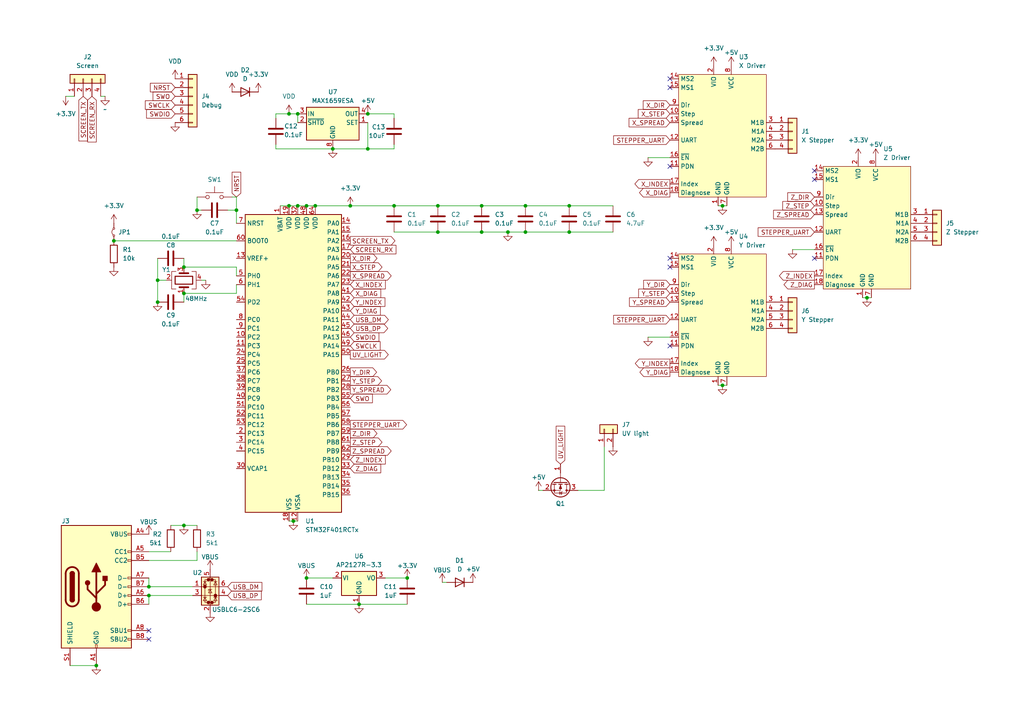
<source format=kicad_sch>
(kicad_sch (version 20231120) (generator "eeschema") (generator_version "8.0")
  (paper "A4")
  (lib_symbols
    (symbol "Connector:USB_C_Receptacle_USB2.0_16P" (pin_names (offset 1.016))
      (property "Reference" "J" (at 0 22.225 0))
      (property "Value" "USB_C_Receptacle_USB2.0_16P" (at 0 19.685 0))
      (symbol "USB_C_Receptacle_USB2.0_16P_1_1"
        (pin passive line (at 0 -22.86 90) (length 5.08) (name "GND") (number "A1"))
        (pin passive line (at 0 -22.86 90) (length 5.08) hide (name "GND") (number "A12"))
        (pin passive line (at 15.24 15.24 180) (length 5.08) (name "VBUS") (number "A4"))
        (pin bidirectional line (at 15.24 10.16 180) (length 5.08) (name "CC1") (number "A5"))
        (pin bidirectional line (at 15.24 -2.54 180) (length 5.08) (name "D+") (number "A6"))
        (pin bidirectional line (at 15.24 2.54 180) (length 5.08) (name "D-") (number "A7"))
        (pin bidirectional line (at 15.24 -12.7 180) (length 5.08) (name "SBU1") (number "A8"))
        (pin passive line (at 15.24 15.24 180) (length 5.08) hide (name "VBUS") (number "A9"))
        (pin passive line (at 0 -22.86 90) (length 5.08) hide (name "GND") (number "B1"))
        (pin passive line (at 0 -22.86 90) (length 5.08) hide (name "GND") (number "B12"))
        (pin passive line (at 15.24 15.24 180) (length 5.08) hide (name "VBUS") (number "B4"))
        (pin bidirectional line (at 15.24 7.62 180) (length 5.08) (name "CC2") (number "B5"))
        (pin bidirectional line (at 15.24 -5.08 180) (length 5.08) (name "D+") (number "B6"))
        (pin bidirectional line (at 15.24 0 180) (length 5.08) (name "D-") (number "B7"))
        (pin bidirectional line (at 15.24 -15.24 180) (length 5.08) (name "SBU2") (number "B8"))
        (pin passive line (at 15.24 15.24 180) (length 5.08) hide (name "VBUS") (number "B9"))
        (pin passive line (at -7.62 -22.86 90) (length 5.08) (name "SHIELD") (number "S1"))
      )
    )
    (symbol "Connector_Generic:Conn_01x02" (pin_names (offset 1.016) hide)
      (property "Reference" "J" (at 0 2.54 0))
      (property "Value" "Conn_01x02" (at 0 -5.08 0))
      (symbol "Conn_01x02_1_1"
        (pin passive line (at -5.08 0 0) (length 3.81) (name "Pin_1") (number "1"))
        (pin passive line (at -5.08 -2.54 0) (length 3.81) (name "Pin_2") (number "2"))
      )
    )
    (symbol "Connector_Generic:Conn_01x04" (pin_names (offset 1.016) hide)
      (property "Reference" "J" (at 0 5.08 0))
      (property "Value" "Conn_01x04" (at 0 -7.62 0))
      (symbol "Conn_01x04_1_1"
        (pin passive line (at -5.08 2.54 0) (length 3.81) (name "Pin_1") (number "1"))
        (pin passive line (at -5.08 0 0) (length 3.81) (name "Pin_2") (number "2"))
        (pin passive line (at -5.08 -2.54 0) (length 3.81) (name "Pin_3") (number "3"))
        (pin passive line (at -5.08 -5.08 0) (length 3.81) (name "Pin_4") (number "4"))
      )
    )
    (symbol "Connector_Generic:Conn_01x06" (pin_names (offset 1.016) hide)
      (property "Reference" "J" (at 0 7.62 0))
      (property "Value" "Conn_01x06" (at 0 -10.16 0))
      (symbol "Conn_01x06_1_1"
        (pin passive line (at -5.08 5.08 0) (length 3.81) (name "Pin_1") (number "1"))
        (pin passive line (at -5.08 2.54 0) (length 3.81) (name "Pin_2") (number "2"))
        (pin passive line (at -5.08 0 0) (length 3.81) (name "Pin_3") (number "3"))
        (pin passive line (at -5.08 -2.54 0) (length 3.81) (name "Pin_4") (number "4"))
        (pin passive line (at -5.08 -5.08 0) (length 3.81) (name "Pin_5") (number "5"))
        (pin passive line (at -5.08 -7.62 0) (length 3.81) (name "Pin_6") (number "6"))
      )
    )
    (symbol "Device:C" (pin_numbers hide) (pin_names (offset 0.254))
      (property "Reference" "C" (at 0.635 2.54 0))
      (property "Value" "C" (at 0.635 -2.54 0))
      (symbol "C_1_1"
        (pin passive line (at 0 3.81 270) (length 2.794) (name "~") (number "1"))
        (pin passive line (at 0 -3.81 90) (length 2.794) (name "~") (number "2"))
      )
    )
    (symbol "Device:Crystal_GND24" (pin_names (offset 1.016) hide)
      (property "Reference" "Y" (at 3.175 5.08 0))
      (property "Value" "Crystal_GND24" (at 3.175 3.175 0))
      (symbol "Crystal_GND24_1_1"
        (pin passive line (at -3.81 0 0) (length 1.27) (name "1") (number "1"))
        (pin passive line (at 0 5.08 270) (length 1.27) (name "2") (number "2"))
        (pin passive line (at 3.81 0 180) (length 1.27) (name "3") (number "3"))
        (pin passive line (at 0 -5.08 90) (length 1.27) (name "4") (number "4"))
      )
    )
    (symbol "Device:D" (pin_numbers hide) (pin_names (offset 1.016) hide)
      (property "Reference" "D" (at 0 2.54 0))
      (property "Value" "D" (at 0 -2.54 0))
      (symbol "D_1_1"
        (pin passive line (at -3.81 0 0) (length 2.54) (name "K") (number "1"))
        (pin passive line (at 3.81 0 180) (length 2.54) (name "A") (number "2"))
      )
    )
    (symbol "Device:Q_NMOS_GSD" (pin_names (offset 0) hide)
      (property "Reference" "Q" (at 5.08 1.27 0))
      (property "Value" "Q_NMOS_GSD" (at 5.08 -1.27 0))
      (symbol "Q_NMOS_GSD_1_1"
        (pin input line (at -5.08 0 0) (length 2.54) (name "G") (number "1"))
        (pin passive line (at 2.54 -5.08 90) (length 2.54) (name "S") (number "2"))
        (pin passive line (at 2.54 5.08 270) (length 2.54) (name "D") (number "3"))
      )
    )
    (symbol "Device:R" (pin_numbers hide) (pin_names (offset 0))
      (property "Reference" "R" (at 2.032 0 90))
      (property "Value" "R" (at 0 0 90))
      (symbol "R_1_1"
        (pin passive line (at 0 3.81 270) (length 1.27) (name "~") (number "1"))
        (pin passive line (at 0 -3.81 90) (length 1.27) (name "~") (number "2"))
      )
    )
    (symbol "Jumper:Jumper_2_Small_Bridged" (pin_numbers hide) (pin_names (offset 0) hide) (exclude_from_sim yes)
      (property "Reference" "JP" (at 0 2.032 0))
      (property "Value" "Jumper_2_Small_Bridged" (at 0 -2.286 0))
      (symbol "Jumper_2_Small_Bridged_1_1"
        (pin passive line (at -2.54 0 0) (length 1.27) (name "A") (number "1"))
        (pin passive line (at 2.54 0 180) (length 1.27) (name "B") (number "2"))
      )
    )
    (symbol "MCU_ST_STM32F4:STM32F401RCTx"
      (property "Reference" "U" (at -12.7 44.45 0))
      (property "Value" "STM32F401RCTx" (at 10.16 44.45 0))
      (symbol "STM32F401RCTx_1_1"
        (pin power_in line (at -2.54 45.72 270) (length 2.54) (name "VBAT") (number "1"))
        (pin bidirectional line (at -15.24 7.62 0) (length 2.54) (name "PC2") (number "10"))
        (pin bidirectional line (at -15.24 5.08 0) (length 2.54) (name "PC3") (number "11"))
        (pin power_in line (at 2.54 -45.72 90) (length 2.54) (name "VSSA") (number "12"))
        (pin input line (at -15.24 30.48 0) (length 2.54) (name "VREF+") (number "13"))
        (pin bidirectional line (at 17.78 40.64 180) (length 2.54) (name "PA0") (number "14"))
        (pin bidirectional line (at 17.78 38.1 180) (length 2.54) (name "PA1") (number "15"))
        (pin bidirectional line (at 17.78 35.56 180) (length 2.54) (name "PA2") (number "16"))
        (pin bidirectional line (at 17.78 33.02 180) (length 2.54) (name "PA3") (number "17"))
        (pin power_in line (at 0 -45.72 90) (length 2.54) (name "VSS") (number "18"))
        (pin power_in line (at 0 45.72 270) (length 2.54) (name "VDD") (number "19"))
        (pin bidirectional line (at -15.24 -20.32 0) (length 2.54) (name "PC13") (number "2"))
        (pin bidirectional line (at 17.78 30.48 180) (length 2.54) (name "PA4") (number "20"))
        (pin bidirectional line (at 17.78 27.94 180) (length 2.54) (name "PA5") (number "21"))
        (pin bidirectional line (at 17.78 25.4 180) (length 2.54) (name "PA6") (number "22"))
        (pin bidirectional line (at 17.78 22.86 180) (length 2.54) (name "PA7") (number "23"))
        (pin bidirectional line (at -15.24 2.54 0) (length 2.54) (name "PC4") (number "24"))
        (pin bidirectional line (at -15.24 0 0) (length 2.54) (name "PC5") (number "25"))
        (pin bidirectional line (at 17.78 -2.54 180) (length 2.54) (name "PB0") (number "26"))
        (pin bidirectional line (at 17.78 -5.08 180) (length 2.54) (name "PB1") (number "27"))
        (pin bidirectional line (at 17.78 -7.62 180) (length 2.54) (name "PB2") (number "28"))
        (pin bidirectional line (at 17.78 -27.94 180) (length 2.54) (name "PB10") (number "29"))
        (pin bidirectional line (at -15.24 -22.86 0) (length 2.54) (name "PC14") (number "3"))
        (pin power_out line (at -15.24 -30.48 0) (length 2.54) (name "VCAP1") (number "30"))
        (pin passive line (at 0 -45.72 90) (length 2.54) hide (name "VSS") (number "31"))
        (pin power_in line (at 2.54 45.72 270) (length 2.54) (name "VDD") (number "32"))
        (pin bidirectional line (at 17.78 -30.48 180) (length 2.54) (name "PB12") (number "33"))
        (pin bidirectional line (at 17.78 -33.02 180) (length 2.54) (name "PB13") (number "34"))
        (pin bidirectional line (at 17.78 -35.56 180) (length 2.54) (name "PB14") (number "35"))
        (pin bidirectional line (at 17.78 -38.1 180) (length 2.54) (name "PB15") (number "36"))
        (pin bidirectional line (at -15.24 -2.54 0) (length 2.54) (name "PC6") (number "37"))
        (pin bidirectional line (at -15.24 -5.08 0) (length 2.54) (name "PC7") (number "38"))
        (pin bidirectional line (at -15.24 -7.62 0) (length 2.54) (name "PC8") (number "39"))
        (pin bidirectional line (at -15.24 -25.4 0) (length 2.54) (name "PC15") (number "4"))
        (pin bidirectional line (at -15.24 -10.16 0) (length 2.54) (name "PC9") (number "40"))
        (pin bidirectional line (at 17.78 20.32 180) (length 2.54) (name "PA8") (number "41"))
        (pin bidirectional line (at 17.78 17.78 180) (length 2.54) (name "PA9") (number "42"))
        (pin bidirectional line (at 17.78 15.24 180) (length 2.54) (name "PA10") (number "43"))
        (pin bidirectional line (at 17.78 12.7 180) (length 2.54) (name "PA11") (number "44"))
        (pin bidirectional line (at 17.78 10.16 180) (length 2.54) (name "PA12") (number "45"))
        (pin bidirectional line (at 17.78 7.62 180) (length 2.54) (name "PA13") (number "46"))
        (pin passive line (at 0 -45.72 90) (length 2.54) hide (name "VSS") (number "47"))
        (pin power_in line (at 5.08 45.72 270) (length 2.54) (name "VDD") (number "48"))
        (pin bidirectional line (at 17.78 5.08 180) (length 2.54) (name "PA14") (number "49"))
        (pin bidirectional line (at -15.24 25.4 0) (length 2.54) (name "PH0") (number "5"))
        (pin bidirectional line (at 17.78 2.54 180) (length 2.54) (name "PA15") (number "50"))
        (pin bidirectional line (at -15.24 -12.7 0) (length 2.54) (name "PC10") (number "51"))
        (pin bidirectional line (at -15.24 -15.24 0) (length 2.54) (name "PC11") (number "52"))
        (pin bidirectional line (at -15.24 -17.78 0) (length 2.54) (name "PC12") (number "53"))
        (pin bidirectional line (at -15.24 17.78 0) (length 2.54) (name "PD2") (number "54"))
        (pin bidirectional line (at 17.78 -10.16 180) (length 2.54) (name "PB3") (number "55"))
        (pin bidirectional line (at 17.78 -12.7 180) (length 2.54) (name "PB4") (number "56"))
        (pin bidirectional line (at 17.78 -15.24 180) (length 2.54) (name "PB5") (number "57"))
        (pin bidirectional line (at 17.78 -17.78 180) (length 2.54) (name "PB6") (number "58"))
        (pin bidirectional line (at 17.78 -20.32 180) (length 2.54) (name "PB7") (number "59"))
        (pin bidirectional line (at -15.24 22.86 0) (length 2.54) (name "PH1") (number "6"))
        (pin input line (at -15.24 35.56 0) (length 2.54) (name "BOOT0") (number "60"))
        (pin bidirectional line (at 17.78 -22.86 180) (length 2.54) (name "PB8") (number "61"))
        (pin bidirectional line (at 17.78 -25.4 180) (length 2.54) (name "PB9") (number "62"))
        (pin passive line (at 0 -45.72 90) (length 2.54) hide (name "VSS") (number "63"))
        (pin power_in line (at 7.62 45.72 270) (length 2.54) (name "VDD") (number "64"))
        (pin input line (at -15.24 40.64 0) (length 2.54) (name "NRST") (number "7"))
        (pin bidirectional line (at -15.24 12.7 0) (length 2.54) (name "PC0") (number "8"))
        (pin bidirectional line (at -15.24 10.16 0) (length 2.54) (name "PC1") (number "9"))
      )
    )
    (symbol "Power_Protection:USBLC6-2SC6" (pin_names hide)
      (property "Reference" "U" (at 0.635 5.715 0))
      (property "Value" "USBLC6-2SC6" (at 0.635 3.81 0))
      (symbol "USBLC6-2SC6_1_1"
        (pin passive line (at -5.08 0 0) (length 2.54) (name "I/O1") (number "1"))
        (pin passive line (at 0 -7.62 90) (length 2.54) (name "GND") (number "2"))
        (pin passive line (at -5.08 -2.54 0) (length 2.54) (name "I/O2") (number "3"))
        (pin passive line (at 5.08 -2.54 180) (length 2.54) (name "I/O2") (number "4"))
        (pin passive line (at 0 5.08 270) (length 2.54) (name "VBUS") (number "5"))
        (pin passive line (at 5.08 0 180) (length 2.54) (name "I/O1") (number "6"))
      )
    )
    (symbol "Regulator_Linear:AP2127R-3.3" (pin_names (offset 0.254))
      (property "Reference" "U" (at -3.81 3.175 0))
      (property "Value" "AP2127R-3.3" (at 0 3.175 0))
      (symbol "AP2127R-3.3_1_1"
        (pin power_in line (at 0 -7.62 90) (length 2.54) (name "GND") (number "1"))
        (pin power_in line (at -7.62 0 0) (length 2.54) (name "VI") (number "2"))
        (pin power_out line (at 7.62 0 180) (length 2.54) (name "VO") (number "3"))
      )
    )
    (symbol "Regulator_Linear:MAX1659ESA" (pin_names (offset 0.254))
      (property "Reference" "U" (at -6.35 5.715 0))
      (property "Value" "MAX1659ESA" (at 0 5.715 0))
      (symbol "MAX1659ESA_1_1"
        (pin passive line (at 10.16 0 180) (length 2.54) (name "SET") (number "1"))
        (pin input line (at -10.16 0 0) (length 2.54) (name "~{SHTD}") (number "2"))
        (pin power_in line (at -10.16 2.54 0) (length 2.54) (name "IN") (number "3"))
        (pin power_out line (at 10.16 2.54 180) (length 2.54) (name "OUT") (number "4"))
        (pin passive line (at 10.16 2.54 180) (length 2.54) hide (name "OUT") (number "5"))
        (pin passive line (at -10.16 2.54 0) (length 2.54) hide (name "IN") (number "6"))
        (pin passive line (at -10.16 2.54 0) (length 2.54) hide (name "IN") (number "7"))
        (pin power_in line (at 0 -7.62 90) (length 2.54) (name "GND") (number "8"))
      )
    )
    (symbol "Sizzle:TMC2209 SilentStepStick"
      (property "Reference" "U" (at 0 6.35 0))
      (property "Value" "SilentStepStick" (at 0 1.27 0))
      (symbol "TMC2209 SilentStepStick_1_1"
        (pin power_in line (at -1.27 -20.32 90) (length 2.54) (name "GND") (number "1"))
        (pin input line (at -15.24 6.35 0) (length 2.54) (name "Step") (number "10"))
        (pin input line (at -15.24 -8.89 0) (length 2.54) (name "PDN") (number "11"))
        (pin bidirectional line (at -15.24 -1.27 0) (length 2.54) (name "UART") (number "12"))
        (pin input line (at -15.24 3.81 0) (length 2.54) (name "Spread") (number "13"))
        (pin input line (at -15.24 16.51 0) (length 2.54) (name "MS2") (number "14"))
        (pin input line (at -15.24 13.97 0) (length 2.54) (name "MS1") (number "15"))
        (pin input line (at -15.24 -6.35 0) (length 2.54) (name "~{EN}") (number "16"))
        (pin input line (at -15.24 -13.97 0) (length 2.54) (name "Index") (number "17"))
        (pin input line (at -15.24 -16.51 0) (length 2.54) (name "Diagnose") (number "18"))
        (pin power_in line (at -2.54 20.32 270) (length 2.54) (name "VIO") (number "2"))
        (pin output line (at 15.24 3.81 180) (length 2.54) (name "M1B") (number "3"))
        (pin output line (at 15.24 1.27 180) (length 2.54) (name "M1A") (number "4"))
        (pin output line (at 15.24 -1.27 180) (length 2.54) (name "M2A") (number "5"))
        (pin output line (at 15.24 -3.81 180) (length 2.54) (name "M2B") (number "6"))
        (pin power_in line (at 1.27 -20.32 90) (length 2.54) (name "GND") (number "7"))
        (pin power_in line (at 2.54 20.32 270) (length 2.54) (name "VCC") (number "8"))
        (pin input line (at -15.24 8.89 0) (length 2.54) (name "Dir") (number "9"))
      )
    )
    (symbol "Switch:SW_Push" (pin_numbers hide) (pin_names (offset 1.016) hide)
      (property "Reference" "SW" (at 1.27 2.54 0))
      (property "Value" "SW_Push" (at 0 -1.524 0))
      (symbol "SW_Push_0_1"
        (pin passive line (at -5.08 0 0) (length 2.54) (name "1") (number "1"))
        (pin passive line (at 5.08 0 180) (length 2.54) (name "2") (number "2"))
      )
    )
    (symbol "power:+3.3V" (power) (pin_numbers hide) (pin_names (offset 0) hide)
      (property "Value" "+3.3V" (at 0 3.556 0))
      (symbol "+3.3V_1_1"
        (pin power_in line (at 0 0 90) (length 0) (name "~") (number "1"))
      )
    )
    (symbol "power:+5V" (power) (pin_numbers hide) (pin_names (offset 0) hide)
      (property "Value" "+5V" (at 0 3.556 0))
      (symbol "+5V_1_1"
        (pin power_in line (at 0 0 90) (length 0) (name "~") (number "1"))
      )
    )
    (symbol "power:GND" (power) (pin_numbers hide) (pin_names (offset 0) hide)
      (property "Value" "GND" (at 0 -3.81 0))
      (symbol "GND_1_1"
        (pin power_in line (at 0 0 270) (length 0) (name "~") (number "1"))
      )
    )
    (symbol "power:VBUS" (power) (pin_numbers hide) (pin_names (offset 0) hide)
      (property "Value" "VBUS" (at 0 3.556 0))
      (symbol "VBUS_1_1"
        (pin power_in line (at 0 0 90) (length 0) (name "~") (number "1"))
      )
    )
    (symbol "power:VDD" (power) (pin_numbers hide) (pin_names (offset 0) hide)
      (property "Value" "VDD" (at 0 3.556 0))
      (symbol "VDD_1_1"
        (pin power_in line (at 0 0 90) (length 0) (name "~") (number "1"))
      )
    )
  )
  (junction (at 209.55 111.76))
  (junction (at 43.18 170.18))
  (junction (at 53.34 152.4))
  (junction (at 104.14 175.26))
  (junction (at 53.34 85.09))
  (junction (at 147.32 67.31))
  (junction (at 57.15 60.96))
  (junction (at 139.7 67.31))
  (junction (at 43.18 172.72))
  (junction (at 106.68 33.02))
  (junction (at 45.72 87.63))
  (junction (at 101.6 59.69))
  (junction (at 127 59.69))
  (junction (at 83.82 33.02))
  (junction (at 86.36 59.69))
  (junction (at 83.82 59.69))
  (junction (at 251.46 86.36))
  (junction (at 127 67.31))
  (junction (at 88.9 59.69))
  (junction (at 106.68 43.18))
  (junction (at 165.1 67.31))
  (junction (at 53.34 77.47))
  (junction (at 114.3 59.69))
  (junction (at 45.72 81.28))
  (junction (at 68.58 60.96))
  (junction (at 85.09 151.13))
  (junction (at 165.1 59.69))
  (junction (at 33.02 69.85))
  (junction (at 118.11 167.64))
  (junction (at 152.4 59.69))
  (junction (at 88.9 167.64))
  (junction (at 139.7 59.69))
  (junction (at 152.4 67.31))
  (junction (at 209.55 59.69))
  (junction (at 91.44 59.69))
  (junction (at 96.52 43.18))
  (junction (at 27.94 193.04))
  (junction (at 86.36 33.02))
  (no_connect (at 236.22 52.07))
  (no_connect (at 236.22 74.93))
  (no_connect (at 194.31 77.47))
  (no_connect (at 194.31 25.4))
  (no_connect (at 43.18 182.88))
  (no_connect (at 194.31 74.93))
  (no_connect (at 194.31 100.33))
  (no_connect (at 194.31 48.26))
  (no_connect (at 194.31 22.86))
  (no_connect (at 43.18 185.42))
  (no_connect (at 236.22 49.53))
  (wire (pts (xy 58.42 60.96) (xy 57.15 60.96)))
  (wire (pts (xy 88.9 59.69) (xy 91.44 59.69)))
  (wire (pts (xy 68.58 77.47) (xy 53.34 77.47)))
  (wire (pts (xy 175.26 129.54) (xy 175.26 142.24)))
  (wire (pts (xy 208.28 59.69) (xy 209.55 59.69)))
  (wire (pts (xy 139.7 67.31) (xy 147.32 67.31)))
  (wire (pts (xy 114.3 59.69) (xy 127 59.69)))
  (wire (pts (xy 88.9 175.26) (xy 104.14 175.26)))
  (wire (pts (xy 80.01 43.18) (xy 96.52 43.18)))
  (wire (pts (xy 86.36 33.02) (xy 86.36 35.56)))
  (wire (pts (xy 152.4 67.31) (xy 165.1 67.31)))
  (wire (pts (xy 106.68 35.56) (xy 106.68 43.18)))
  (wire (pts (xy 57.15 162.56) (xy 43.18 162.56)))
  (wire (pts (xy 45.72 81.28) (xy 48.26 81.28)))
  (wire (pts (xy 250.19 86.36) (xy 251.46 86.36)))
  (wire (pts (xy 165.1 59.69) (xy 177.8 59.69)))
  (wire (pts (xy 67.31 57.15) (xy 68.58 57.15)))
  (wire (pts (xy 57.15 160.02) (xy 57.15 162.56)))
  (wire (pts (xy 251.46 86.36) (xy 252.73 86.36)))
  (wire (pts (xy 152.4 59.69) (xy 165.1 59.69)))
  (wire (pts (xy 83.82 151.13) (xy 85.09 151.13)))
  (wire (pts (xy 81.28 59.69) (xy 83.82 59.69)))
  (wire (pts (xy 147.32 67.31) (xy 152.4 67.31)))
  (wire (pts (xy 106.68 43.18) (xy 96.52 43.18)))
  (wire (pts (xy 30.48 27.94) (xy 29.21 27.94)))
  (wire (pts (xy 139.7 59.69) (xy 152.4 59.69)))
  (wire (pts (xy 106.68 43.18) (xy 114.3 43.18)))
  (wire (pts (xy 208.28 111.76) (xy 209.55 111.76)))
  (wire (pts (xy 43.18 160.02) (xy 49.53 160.02)))
  (wire (pts (xy 111.76 167.64) (xy 118.11 167.64)))
  (wire (pts (xy 68.58 60.96) (xy 68.58 64.77)))
  (wire (pts (xy 43.18 170.18) (xy 55.88 170.18)))
  (wire (pts (xy 114.3 43.18) (xy 114.3 41.91)))
  (wire (pts (xy 68.58 85.09) (xy 68.58 82.55)))
  (wire (pts (xy 80.01 33.02) (xy 80.01 34.29)))
  (wire (pts (xy 19.05 27.94) (xy 21.59 27.94)))
  (wire (pts (xy 57.15 60.96) (xy 57.15 57.15)))
  (wire (pts (xy 43.18 172.72) (xy 55.88 172.72)))
  (wire (pts (xy 83.82 59.69) (xy 86.36 59.69)))
  (wire (pts (xy 88.9 167.64) (xy 96.52 167.64)))
  (wire (pts (xy 209.55 59.69) (xy 210.82 59.69)))
  (wire (pts (xy 101.6 59.69) (xy 114.3 59.69)))
  (wire (pts (xy 53.34 85.09) (xy 68.58 85.09)))
  (wire (pts (xy 114.3 67.31) (xy 127 67.31)))
  (wire (pts (xy 91.44 59.69) (xy 101.6 59.69)))
  (wire (pts (xy 68.58 80.01) (xy 68.58 77.47)))
  (wire (pts (xy 128.27 168.91) (xy 129.54 168.91)))
  (wire (pts (xy 33.02 69.85) (xy 68.58 69.85)))
  (wire (pts (xy 43.18 172.72) (xy 43.18 175.26)))
  (wire (pts (xy 49.53 152.4) (xy 53.34 152.4)))
  (wire (pts (xy 187.96 45.72) (xy 194.31 45.72)))
  (wire (pts (xy 20.32 193.04) (xy 27.94 193.04)))
  (wire (pts (xy 127 67.31) (xy 139.7 67.31)))
  (wire (pts (xy 175.26 142.24) (xy 167.64 142.24)))
  (wire (pts (xy 66.04 60.96) (xy 68.58 60.96)))
  (wire (pts (xy 114.3 34.29) (xy 114.3 33.02)))
  (wire (pts (xy 229.87 72.39) (xy 236.22 72.39)))
  (wire (pts (xy 85.09 151.13) (xy 86.36 151.13)))
  (wire (pts (xy 114.3 33.02) (xy 106.68 33.02)))
  (wire (pts (xy 127 59.69) (xy 139.7 59.69)))
  (wire (pts (xy 45.72 74.93) (xy 45.72 81.28)))
  (wire (pts (xy 59.69 81.28) (xy 58.42 81.28)))
  (wire (pts (xy 45.72 81.28) (xy 45.72 87.63)))
  (wire (pts (xy 104.14 175.26) (xy 118.11 175.26)))
  (wire (pts (xy 53.34 152.4) (xy 57.15 152.4)))
  (wire (pts (xy 53.34 74.93) (xy 53.34 77.47)))
  (wire (pts (xy 156.21 142.24) (xy 157.48 142.24)))
  (wire (pts (xy 43.18 167.64) (xy 43.18 170.18)))
  (wire (pts (xy 68.58 57.15) (xy 68.58 60.96)))
  (wire (pts (xy 80.01 43.18) (xy 80.01 41.91)))
  (wire (pts (xy 187.96 97.79) (xy 194.31 97.79)))
  (wire (pts (xy 88.9 59.69) (xy 86.36 59.69)))
  (wire (pts (xy 80.01 33.02) (xy 83.82 33.02)))
  (wire (pts (xy 83.82 33.02) (xy 86.36 33.02)))
  (wire (pts (xy 209.55 111.76) (xy 210.82 111.76)))
  (wire (pts (xy 165.1 67.31) (xy 177.8 67.31)))
  (wire (pts (xy 53.34 85.09) (xy 53.34 87.63)))
  (global_label "X_STEP" (shape output) (at 101.6 77.47 0) (property "Intersheetrefs" "${INTERSHEET_REFS}" (effects (hide yes))))
  (global_label "Y_SPREAD" (shape output) (at 101.6 113.03 0) (property "Intersheetrefs" "${INTERSHEET_REFS}" (effects (hide yes))))
  (global_label "USB_DP" (shape bidirectional) (at 101.6 95.25 0) (property "Intersheetrefs" "${INTERSHEET_REFS}" (effects (hide yes))))
  (global_label "Y_INDEX" (shape output) (at 194.31 105.41 180) (property "Intersheetrefs" "${INTERSHEET_REFS}" (effects (hide yes))))
  (global_label "Z_SPREAD" (shape output) (at 101.6 130.81 0) (property "Intersheetrefs" "${INTERSHEET_REFS}" (effects (hide yes))))
  (global_label "Y_DIR" (shape input) (at 194.31 82.55 180) (property "Intersheetrefs" "${INTERSHEET_REFS}" (effects (hide yes))))
  (global_label "Z_STEP" (shape output) (at 101.6 128.27 0) (property "Intersheetrefs" "${INTERSHEET_REFS}" (effects (hide yes))))
  (global_label "X_DIR" (shape output) (at 101.6 74.93 0) (property "Intersheetrefs" "${INTERSHEET_REFS}" (effects (hide yes))))
  (global_label "USB_DP" (shape input) (at 66.04 172.72 0) (property "Intersheetrefs" "${INTERSHEET_REFS}" (effects (hide yes))))
  (global_label "Z_INDEX" (shape output) (at 236.22 80.01 180) (property "Intersheetrefs" "${INTERSHEET_REFS}" (effects (hide yes))))
  (global_label "SWCLK" (shape input) (at 101.6 100.33 0) (property "Intersheetrefs" "${INTERSHEET_REFS}" (effects (hide yes))))
  (global_label "SCREEN_TX" (shape input) (at 24.13 27.94 270) (property "Intersheetrefs" "${INTERSHEET_REFS}" (effects (hide yes))))
  (global_label "Y_SPREAD" (shape input) (at 194.31 87.63 180) (property "Intersheetrefs" "${INTERSHEET_REFS}" (effects (hide yes))))
  (global_label "UV_LIGHT" (shape input) (at 162.56 134.62 90) (property "Intersheetrefs" "${INTERSHEET_REFS}" (effects (hide yes))))
  (global_label "USB_DM" (shape bidirectional) (at 101.6 92.71 0) (property "Intersheetrefs" "${INTERSHEET_REFS}" (effects (hide yes))))
  (global_label "Y_STEP" (shape output) (at 101.6 110.49 0) (property "Intersheetrefs" "${INTERSHEET_REFS}" (effects (hide yes))))
  (global_label "SCREEN_RX" (shape input) (at 101.6 72.39 0) (property "Intersheetrefs" "${INTERSHEET_REFS}" (effects (hide yes))))
  (global_label "X_STEP" (shape input) (at 194.31 33.02 180) (property "Intersheetrefs" "${INTERSHEET_REFS}" (effects (hide yes))))
  (global_label "SCREEN_RX" (shape input) (at 26.67 27.94 270) (property "Intersheetrefs" "${INTERSHEET_REFS}" (effects (hide yes))))
  (global_label "Z_DIR" (shape output) (at 101.6 125.73 0) (property "Intersheetrefs" "${INTERSHEET_REFS}" (effects (hide yes))))
  (global_label "SWCLK" (shape input) (at 50.8 30.48 180) (property "Intersheetrefs" "${INTERSHEET_REFS}" (effects (hide yes))))
  (global_label "X_DIR" (shape input) (at 194.31 30.48 180) (property "Intersheetrefs" "${INTERSHEET_REFS}" (effects (hide yes))))
  (global_label "STEPPER_UART" (shape output) (at 101.6 123.19 0) (property "Intersheetrefs" "${INTERSHEET_REFS}" (effects (hide yes))))
  (global_label "Y_INDEX" (shape input) (at 101.6 87.63 0) (property "Intersheetrefs" "${INTERSHEET_REFS}" (effects (hide yes))))
  (global_label "Z_DIAG" (shape input) (at 101.6 135.89 0) (property "Intersheetrefs" "${INTERSHEET_REFS}" (effects (hide yes))))
  (global_label "Z_INDEX" (shape input) (at 101.6 133.35 0) (property "Intersheetrefs" "${INTERSHEET_REFS}" (effects (hide yes))))
  (global_label "STEPPER_UART" (shape input) (at 194.31 92.71 180) (property "Intersheetrefs" "${INTERSHEET_REFS}" (effects (hide yes))))
  (global_label "Z_SPREAD" (shape input) (at 236.22 62.23 180) (property "Intersheetrefs" "${INTERSHEET_REFS}" (effects (hide yes))))
  (global_label "Z_STEP" (shape input) (at 236.22 59.69 180) (property "Intersheetrefs" "${INTERSHEET_REFS}" (effects (hide yes))))
  (global_label "X_INDEX" (shape input) (at 101.6 82.55 0) (property "Intersheetrefs" "${INTERSHEET_REFS}" (effects (hide yes))))
  (global_label "Y_DIAG" (shape input) (at 101.6 90.17 0) (property "Intersheetrefs" "${INTERSHEET_REFS}" (effects (hide yes))))
  (global_label "Y_DIAG" (shape output) (at 194.31 107.95 180) (property "Intersheetrefs" "${INTERSHEET_REFS}" (effects (hide yes))))
  (global_label "SWDIO" (shape input) (at 101.6 97.79 0) (property "Intersheetrefs" "${INTERSHEET_REFS}" (effects (hide yes))))
  (global_label "Z_DIAG" (shape output) (at 236.22 82.55 180) (property "Intersheetrefs" "${INTERSHEET_REFS}" (effects (hide yes))))
  (global_label "SWO" (shape input) (at 101.6 115.57 0) (property "Intersheetrefs" "${INTERSHEET_REFS}" (effects (hide yes))))
  (global_label "X_INDEX" (shape output) (at 194.31 53.34 180) (property "Intersheetrefs" "${INTERSHEET_REFS}" (effects (hide yes))))
  (global_label "SWO" (shape input) (at 50.8 27.94 180) (property "Intersheetrefs" "${INTERSHEET_REFS}" (effects (hide yes))))
  (global_label "STEPPER_UART" (shape input) (at 236.22 67.31 180) (property "Intersheetrefs" "${INTERSHEET_REFS}" (effects (hide yes))))
  (global_label "Y_DIR" (shape output) (at 101.6 107.95 0) (property "Intersheetrefs" "${INTERSHEET_REFS}" (effects (hide yes))))
  (global_label "X_DIAG" (shape input) (at 101.6 85.09 0) (property "Intersheetrefs" "${INTERSHEET_REFS}" (effects (hide yes))))
  (global_label "X_DIAG" (shape output) (at 194.31 55.88 180) (property "Intersheetrefs" "${INTERSHEET_REFS}" (effects (hide yes))))
  (global_label "Z_DIR" (shape input) (at 236.22 57.15 180) (property "Intersheetrefs" "${INTERSHEET_REFS}" (effects (hide yes))))
  (global_label "USB_DM" (shape input) (at 66.04 170.18 0) (property "Intersheetrefs" "${INTERSHEET_REFS}" (effects (hide yes))))
  (global_label "NRST" (shape input) (at 68.58 57.15 90) (property "Intersheetrefs" "${INTERSHEET_REFS}" (effects (hide yes))))
  (global_label "X_SPREAD" (shape output) (at 101.6 80.01 0) (property "Intersheetrefs" "${INTERSHEET_REFS}" (effects (hide yes))))
  (global_label "Y_STEP" (shape input) (at 194.31 85.09 180) (property "Intersheetrefs" "${INTERSHEET_REFS}" (effects (hide yes))))
  (global_label "STEPPER_UART" (shape input) (at 194.31 40.64 180) (property "Intersheetrefs" "${INTERSHEET_REFS}" (effects (hide yes))))
  (global_label "X_SPREAD" (shape input) (at 194.31 35.56 180) (property "Intersheetrefs" "${INTERSHEET_REFS}" (effects (hide yes))))
  (global_label "SWDIO" (shape input) (at 50.8 33.02 180) (property "Intersheetrefs" "${INTERSHEET_REFS}" (effects (hide yes))))
  (global_label "SCREEN_TX" (shape output) (at 101.6 69.85 0) (property "Intersheetrefs" "${INTERSHEET_REFS}" (effects (hide yes))))
  (global_label "NRST" (shape input) (at 50.8 25.4 180) (property "Intersheetrefs" "${INTERSHEET_REFS}" (effects (hide yes))))
  (global_label "UV_LIGHT" (shape output) (at 101.6 102.87 0) (property "Intersheetrefs" "${INTERSHEET_REFS}" (effects (hide yes))))
  (symbol (lib_id "Device:C") (at 62.23 60.96 90) (mirror x) (unit 1)
    (property "Reference" "C7" (at 62.23 64.77 90))
    (property "Value" "0.1uF" (at 62.23 67.31 90))
    (property "Description" "Unpolarized capacitor" (effects (hide yes)))
  )
  (symbol (lib_id "Device:C") (at 177.8 63.5 0) (unit 1)
    (property "Reference" "C6" (at 181.61 62.2299 0) (effects (justify left)))
    (property "Value" "4.7uF" (at 181.61 64.7699 0) (effects (justify left)))
    (property "Description" "Unpolarized capacitor" (effects (hide yes)))
  )
  (symbol (lib_id "power:+5V") (at 212.09 71.12 0) (unit 1)
    (property "Reference" "#PWR023" (effects (hide yes)))
    (property "Value" "+5V" (at 212.09 67.31 0))
    (property "Description" "Power symbol creates a global label with name \"+5V\"" (effects (hide yes)))
  )
  (symbol (lib_id "power:+3.3V") (at 118.11 167.64 0) (unit 1)
    (property "Reference" "#PWR033" (effects (hide yes)))
    (property "Value" "+3.3V" (at 118.11 164.084 0))
    (property "Description" "Power symbol creates a global label with name \"+3.3V\"" (effects (hide yes)))
  )
  (symbol (lib_id "power:+5V") (at 137.16 168.91 0) (unit 1)
    (property "Reference" "#PWR036" (effects (hide yes)))
    (property "Value" "+5V" (at 137.16 165.1 0))
    (property "Description" "Power symbol creates a global label with name \"+5V\"" (effects (hide yes)))
  )
  (symbol (lib_id "power:GND") (at 30.48 27.94 0) (unit 1)
    (property "Reference" "#PWR06" (effects (hide yes)))
    (property "Value" "~" (at 30.48 31.75 0))
    (property "Description" "Power symbol creates a global label with name \"GND\" , ground" (effects (hide yes)))
  )
  (symbol (lib_id "power:GND") (at 27.94 193.04 0) (unit 1)
    (property "Reference" "#PWR013" (effects (hide yes)))
    (property "Value" "GND" (effects (hide yes)))
    (property "Description" "Power symbol creates a global label with name \"GND\" , ground" (effects (hide yes)))
  )
  (symbol (lib_id "power:GND") (at 60.96 177.8 0) (unit 1)
    (property "Reference" "#PWR015" (effects (hide yes)))
    (property "Value" "GND" (effects (hide yes)))
    (property "Description" "Power symbol creates a global label with name \"GND\" , ground" (effects (hide yes)))
  )
  (symbol (lib_id "Device:Crystal_GND24") (at 53.34 81.28 90) (unit 1)
    (property "Reference" "Y1" (at 48.26 78.232 90))
    (property "Value" "48MHz" (at 56.896 86.614 90))
    (property "Description" "Four pin crystal, GND on pins 2 and 4" (effects (hide yes)))
  )
  (symbol (lib_id "Device:R") (at 49.53 156.21 0) (mirror y) (unit 1)
    (property "Reference" "R2" (at 46.99 154.9399 0) (effects (justify left)))
    (property "Value" "5k1" (at 46.99 157.4799 0) (effects (justify left)))
    (property "Description" "Resistor" (effects (hide yes)))
  )
  (symbol (lib_id "power:GND") (at 209.55 111.76 0) (unit 1)
    (property "Reference" "#PWR025" (effects (hide yes)))
    (property "Value" "GND" (effects (hide yes)))
    (property "Description" "Power symbol creates a global label with name \"GND\" , ground" (effects (hide yes)))
  )
  (symbol (lib_id "Device:C") (at 80.01 38.1 0) (mirror y) (unit 1)
    (property "Reference" "C12" (at 86.36 36.576 0) (effects (justify left)))
    (property "Value" "0.1uF" (at 87.884 39.116 0) (effects (justify left)))
    (property "Description" "Unpolarized capacitor" (effects (hide yes)))
  )
  (symbol (lib_id "MCU_ST_STM32F4:STM32F401RCTx") (at 83.82 105.41 0) (unit 1)
    (property "Reference" "U1" (at 88.5541 151.13 0) (effects (justify left)))
    (property "Value" "STM32F401RCTx" (at 88.5541 153.67 0) (effects (justify left)))
    (property "Footprint" "Package_QFP:LQFP-64_10x10mm_P0.5mm" (effects (hide yes)))
    (property "Datasheet" "https://www.st.com/resource/en/datasheet/stm32f401rc.pdf" (effects (hide yes)))
    (property "Description" "STMicroelectronics Arm Cortex-M4 MCU, 256KB flash, 64KB RAM, 84 MHz, 1.7-3.6V, 50 GPIO, LQFP64" (effects (hide yes)))
  )
  (symbol (lib_id "power:VDD") (at 50.8 22.86 0) (unit 1)
    (property "Reference" "#PWR017" (effects (hide yes)))
    (property "Value" "VDD" (at 50.8 17.78 0))
    (property "Description" "Power symbol creates a global label with name \"VDD\"" (effects (hide yes)))
  )
  (symbol (lib_id "power:+5V") (at 254 45.72 0) (unit 1)
    (property "Reference" "#PWR021" (effects (hide yes)))
    (property "Value" "+5V" (at 254 41.91 0))
    (property "Description" "Power symbol creates a global label with name \"+5V\"" (effects (hide yes)))
  )
  (symbol (lib_id "Sizzle:TMC2209 SilentStepStick") (at 251.46 66.04 0) (unit 1)
    (property "Reference" "U5" (at 256.1941 43.18 0) (effects (justify left)))
    (property "Value" "Z Driver" (at 256.1941 45.72 0) (effects (justify left)))
    (property "Datasheet" "https://www.analog.com/media/en/technical-documentation/data-sheets/TMC2209_datasheet_rev1.09.pdf" (effects (hide yes)))
    (property "Description" "TMC2209 SilentStepStick motor driver" (effects (hide yes)))
  )
  (symbol (lib_id "power:GND") (at 96.52 43.18 0) (unit 1)
    (property "Reference" "#PWR038" (effects (hide yes)))
    (property "Value" "GND" (effects (hide yes)))
    (property "Description" "Power symbol creates a global label with name \"GND\" , ground" (effects (hide yes)))
  )
  (symbol (lib_id "power:GND") (at 85.09 151.13 0) (unit 1)
    (property "Reference" "#PWR01" (effects (hide yes)))
    (property "Value" "GND" (effects (hide yes)))
    (property "Description" "Power symbol creates a global label with name \"GND\" , ground" (effects (hide yes)))
  )
  (symbol (lib_id "Connector_Generic:Conn_01x04") (at 229.87 38.1 0) (unit 1)
    (property "Reference" "J1" (at 232.41 38.0999 0) (effects (justify left)))
    (property "Value" "X Stepper" (at 232.41 40.6399 0) (effects (justify left)))
    (property "Description" "Generic connector, single row, 01x04, script generated (kicad-library-utils/schlib/autogen/connector/)" (effects (hide yes)))
  )
  (symbol (lib_id "Device:C") (at 152.4 63.5 0) (unit 1)
    (property "Reference" "C4" (at 156.21 62.2299 0) (effects (justify left)))
    (property "Value" "0.1uF" (at 156.21 64.7699 0) (effects (justify left)))
    (property "Description" "Unpolarized capacitor" (effects (hide yes)))
  )
  (symbol (lib_id "Device:D") (at 71.12 26.67 180) (unit 1)
    (property "Reference" "D2" (at 71.12 20.32 0))
    (property "Value" "D" (at 71.12 22.86 0))
    (property "Description" "Diode" (effects (hide yes)))
    (property "Sim.Device" "D" (effects (hide yes)))
    (property "Sim.Pins" "1=K 2=A" (effects (hide yes)))
  )
  (symbol (lib_id "Connector_Generic:Conn_01x04") (at 271.78 64.77 0) (unit 1)
    (property "Reference" "J5" (at 274.32 64.7699 0) (effects (justify left)))
    (property "Value" "Z Stepper" (at 274.32 67.3099 0) (effects (justify left)))
    (property "Description" "Generic connector, single row, 01x04, script generated (kicad-library-utils/schlib/autogen/connector/)" (effects (hide yes)))
  )
  (symbol (lib_id "power:+5V") (at 106.68 33.02 0) (unit 1)
    (property "Reference" "#PWR039" (effects (hide yes)))
    (property "Value" "+5V" (at 106.68 29.21 0))
    (property "Description" "Power symbol creates a global label with name \"+5V\"" (effects (hide yes)))
  )
  (symbol (lib_id "power:+5V") (at 212.09 19.05 0) (unit 1)
    (property "Reference" "#PWR022" (effects (hide yes)))
    (property "Value" "+5V" (at 212.09 15.24 0))
    (property "Description" "Power symbol creates a global label with name \"+5V\"" (effects (hide yes)))
  )
  (symbol (lib_id "Device:C") (at 49.53 74.93 270) (mirror x) (unit 1)
    (property "Reference" "C8" (at 49.53 71.12 90))
    (property "Value" "0.1uF" (at 49.53 68.58 90))
    (property "Description" "Unpolarized capacitor" (effects (hide yes)))
  )
  (symbol (lib_id "Device:C") (at 165.1 63.5 0) (unit 1)
    (property "Reference" "C5" (at 168.91 62.2299 0) (effects (justify left)))
    (property "Value" "0.1uF" (at 168.91 64.7699 0) (effects (justify left)))
    (property "Description" "Unpolarized capacitor" (effects (hide yes)))
  )
  (symbol (lib_id "power:GND") (at 57.15 60.96 0) (unit 1)
    (property "Reference" "#PWR09" (effects (hide yes)))
    (property "Value" "GND" (effects (hide yes)))
    (property "Description" "Power symbol creates a global label with name \"GND\" , ground" (effects (hide yes)))
  )
  (symbol (lib_id "power:GND") (at 209.55 59.69 0) (unit 1)
    (property "Reference" "#PWR024" (effects (hide yes)))
    (property "Value" "GND" (effects (hide yes)))
    (property "Description" "Power symbol creates a global label with name \"GND\" , ground" (effects (hide yes)))
  )
  (symbol (lib_id "Regulator_Linear:MAX1659ESA") (at 96.52 35.56 0) (unit 1)
    (property "Reference" "U7" (at 96.52 26.67 0))
    (property "Value" "MAX1659ESA" (at 96.52 29.21 0))
    (property "Footprint" "Package_SO:SOIC-8_3.9x4.9mm_P1.27mm" (effects (hide yes)))
    (property "Datasheet" "http://datasheets.maximintegrated.com/en/ds/MAX1658-MAX1659.pdf" (effects (hide yes)))
    (property "Description" "350mA Linear LDO Regulator, Fixed Output 5V, SO-8" (effects (hide yes)))
  )
  (symbol (lib_id "power:GND") (at 45.72 87.63 0) (unit 1)
    (property "Reference" "#PWR010" (effects (hide yes)))
    (property "Value" "GND" (effects (hide yes)))
    (property "Description" "Power symbol creates a global label with name \"GND\" , ground" (effects (hide yes)))
  )
  (symbol (lib_id "Connector:USB_C_Receptacle_USB2.0_16P") (at 27.94 170.18 0) (unit 1)
    (property "Reference" "J3" (at 19.05 151.13 0))
    (property "Value" "USB_C_Receptacle_USB2.0_16P" (effects (hide yes)))
    (property "Datasheet" "https://www.usb.org/sites/default/files/documents/usb_type-c.zip" (effects (hide yes)))
    (property "Description" "USB 2.0-only 16P Type-C Receptacle connector" (effects (hide yes)))
  )
  (symbol (lib_id "power:GND") (at 187.96 45.72 0) (unit 1)
    (property "Reference" "#PWR029" (effects (hide yes)))
    (property "Value" "GND" (effects (hide yes)))
    (property "Description" "Power symbol creates a global label with name \"GND\" , ground" (effects (hide yes)))
  )
  (symbol (lib_id "Device:C") (at 114.3 38.1 0) (mirror y) (unit 1)
    (property "Reference" "C13" (at 111.76 36.83 0) (effects (justify left)))
    (property "Value" "10uF" (at 111.76 39.37 0) (effects (justify left)))
    (property "Description" "Unpolarized capacitor" (effects (hide yes)))
  )
  (symbol (lib_id "power:+3.3V") (at 248.92 45.72 0) (unit 1)
    (property "Reference" "#PWR020" (effects (hide yes)))
    (property "Value" "+3.3V" (at 248.92 40.64 0))
    (property "Description" "Power symbol creates a global label with name \"+3.3V\"" (effects (hide yes)))
  )
  (symbol (lib_id "Device:R") (at 57.15 156.21 0) (unit 1)
    (property "Reference" "R3" (at 59.69 154.9399 0) (effects (justify left)))
    (property "Value" "5k1" (at 59.69 157.4799 0) (effects (justify left)))
    (property "Description" "Resistor" (effects (hide yes)))
  )
  (symbol (lib_id "power:GND") (at 251.46 86.36 0) (unit 1)
    (property "Reference" "#PWR026" (effects (hide yes)))
    (property "Value" "GND" (effects (hide yes)))
    (property "Description" "Power symbol creates a global label with name \"GND\" , ground" (effects (hide yes)))
  )
  (symbol (lib_id "power:VBUS") (at 60.96 165.1 0) (unit 1)
    (property "Reference" "#PWR014" (effects (hide yes)))
    (property "Value" "VBUS" (at 60.96 161.544 0))
    (property "Description" "Power symbol creates a global label with name \"VBUS\"" (effects (hide yes)))
  )
  (symbol (lib_id "power:GND") (at 104.14 175.26 0) (unit 1)
    (property "Reference" "#PWR034" (effects (hide yes)))
    (property "Value" "GND" (effects (hide yes)))
    (property "Description" "Power symbol creates a global label with name \"GND\" , ground" (effects (hide yes)))
  )
  (symbol (lib_id "Device:C") (at 114.3 63.5 0) (unit 1)
    (property "Reference" "C1" (at 118.11 62.2299 0) (effects (justify left)))
    (property "Value" "0.1uF" (at 118.11 64.7699 0) (effects (justify left)))
    (property "Description" "Unpolarized capacitor" (effects (hide yes)))
  )
  (symbol (lib_id "power:+3.3V") (at 19.05 27.94 180) (unit 1)
    (property "Reference" "#PWR05" (effects (hide yes)))
    (property "Value" "+3.3V" (at 19.05 33.02 0))
    (property "Description" "Power symbol creates a global label with name \"+3.3V\"" (effects (hide yes)))
  )
  (symbol (lib_id "power:GND") (at 53.34 152.4 0) (unit 1)
    (property "Reference" "#PWR016" (effects (hide yes)))
    (property "Value" "GND" (effects (hide yes)))
    (property "Description" "Power symbol creates a global label with name \"GND\" , ground" (effects (hide yes)))
  )
  (symbol (lib_id "Device:Q_NMOS_GSD") (at 162.56 139.7 270) (unit 1)
    (property "Reference" "Q1" (at 162.56 146.05 90))
    (property "Value" "Q_NMOS_GSD" (effects (hide yes)))
    (property "Description" "N-MOSFET transistor, gate/source/drain" (effects (hide yes)))
  )
  (symbol (lib_id "Connector_Generic:Conn_01x04") (at 24.13 22.86 90) (unit 1)
    (property "Reference" "J2" (at 25.4 16.51 90))
    (property "Value" "Screen" (at 25.4 19.05 90))
    (property "Description" "Generic connector, single row, 01x04, script generated (kicad-library-utils/schlib/autogen/connector/)" (effects (hide yes)))
  )
  (symbol (lib_id "Jumper:Jumper_2_Small_Bridged") (at 33.02 67.31 90) (unit 1) (exclude_from_sim yes)
    (property "Reference" "JP1" (at 34.29 67.3099 90) (effects (justify right)))
    (property "Value" "Jumper_2_Small_Bridged" (effects (hide yes)))
    (property "Description" "Jumper, 2-pole, small symbol, bridged" (effects (hide yes)))
  )
  (symbol (lib_id "power:+3.3V") (at 74.93 26.67 0) (unit 1)
    (property "Reference" "#PWR041" (effects (hide yes)))
    (property "Value" "+3.3V" (at 74.93 21.59 0))
    (property "Description" "Power symbol creates a global label with name \"+3.3V\"" (effects (hide yes)))
  )
  (symbol (lib_id "power:VBUS") (at 43.18 154.94 0) (unit 1)
    (property "Reference" "#PWR012" (effects (hide yes)))
    (property "Value" "VBUS" (at 43.18 151.384 0))
    (property "Description" "Power symbol creates a global label with name \"VBUS\"" (effects (hide yes)))
  )
  (symbol (lib_id "power:+5V") (at 156.21 142.24 0) (unit 1)
    (property "Reference" "#PWR031" (effects (hide yes)))
    (property "Value" "+5V" (at 156.21 138.43 0))
    (property "Description" "Power symbol creates a global label with name \"+5V\"" (effects (hide yes)))
  )
  (symbol (lib_id "power:GND") (at 147.32 67.31 0) (unit 1)
    (property "Reference" "#PWR02" (effects (hide yes)))
    (property "Value" "GND" (effects (hide yes)))
    (property "Description" "Power symbol creates a global label with name \"GND\" , ground" (effects (hide yes)))
  )
  (symbol (lib_id "power:GND") (at 177.8 129.54 0) (unit 1)
    (property "Reference" "#PWR030" (effects (hide yes)))
    (property "Value" "GND" (effects (hide yes)))
    (property "Description" "Power symbol creates a global label with name \"GND\" , ground" (effects (hide yes)))
  )
  (symbol (lib_id "power:+3.3V") (at 101.6 59.69 0) (unit 1)
    (property "Reference" "#PWR04" (effects (hide yes)))
    (property "Value" "+3.3V" (at 101.6 54.61 0))
    (property "Description" "Power symbol creates a global label with name \"+3.3V\"" (effects (hide yes)))
  )
  (symbol (lib_id "power:GND") (at 187.96 97.79 0) (unit 1)
    (property "Reference" "#PWR028" (effects (hide yes)))
    (property "Value" "GND" (effects (hide yes)))
    (property "Description" "Power symbol creates a global label with name \"GND\" , ground" (effects (hide yes)))
  )
  (symbol (lib_id "Device:C") (at 118.11 171.45 0) (unit 1)
    (property "Reference" "C11" (at 111.252 170.18 0) (effects (justify left)))
    (property "Value" "1uF" (at 111.506 172.72 0) (effects (justify left)))
    (property "Description" "Unpolarized capacitor" (effects (hide yes)))
  )
  (symbol (lib_id "Connector_Generic:Conn_01x04") (at 229.87 90.17 0) (unit 1)
    (property "Reference" "J6" (at 232.41 90.1699 0) (effects (justify left)))
    (property "Value" "Y Stepper" (at 232.41 92.7099 0) (effects (justify left)))
    (property "Description" "Generic connector, single row, 01x04, script generated (kicad-library-utils/schlib/autogen/connector/)" (effects (hide yes)))
  )
  (symbol (lib_id "power:VDD") (at 67.31 26.67 0) (unit 1)
    (property "Reference" "#PWR040" (effects (hide yes)))
    (property "Value" "VDD" (at 67.31 21.59 0))
    (property "Description" "Power symbol creates a global label with name \"VDD\"" (effects (hide yes)))
  )
  (symbol (lib_id "power:VDD") (at 83.82 33.02 0) (unit 1)
    (property "Reference" "#PWR037" (effects (hide yes)))
    (property "Value" "VDD" (at 83.82 27.94 0))
    (property "Description" "Power symbol creates a global label with name \"VDD\"" (effects (hide yes)))
  )
  (symbol (lib_id "Power_Protection:USBLC6-2SC6") (at 60.96 170.18 0) (unit 1)
    (property "Reference" "U2" (at 55.88 166.116 0) (effects (justify left)))
    (property "Value" "USBLC6-2SC6" (at 61.468 176.784 0) (effects (justify left)))
    (property "Footprint" "Package_TO_SOT_SMD:SOT-23-6" (effects (hide yes)))
    (property "Datasheet" "https://www.st.com/resource/en/datasheet/usblc6-2.pdf" (effects (hide yes)))
    (property "Description" "Very low capacitance ESD protection diode, 2 data-line, SOT-23-6" (effects (hide yes)))
  )
  (symbol (lib_id "power:GND") (at 229.87 72.39 0) (unit 1)
    (property "Reference" "#PWR027" (effects (hide yes)))
    (property "Value" "GND" (effects (hide yes)))
    (property "Description" "Power symbol creates a global label with name \"GND\" , ground" (effects (hide yes)))
  )
  (symbol (lib_id "power:GND") (at 50.8 35.56 0) (unit 1)
    (property "Reference" "#PWR018" (effects (hide yes)))
    (property "Value" "GND" (effects (hide yes)))
    (property "Description" "Power symbol creates a global label with name \"GND\" , ground" (effects (hide yes)))
  )
  (symbol (lib_id "Device:C") (at 88.9 171.45 0) (unit 1)
    (property "Reference" "C10" (at 92.71 170.1799 0) (effects (justify left)))
    (property "Value" "1uF" (at 92.71 172.7199 0) (effects (justify left)))
    (property "Description" "Unpolarized capacitor" (effects (hide yes)))
  )
  (symbol (lib_id "Sizzle:TMC2209 SilentStepStick") (at 209.55 91.44 0) (unit 1)
    (property "Reference" "U4" (at 214.2841 68.58 0) (effects (justify left)))
    (property "Value" "Y Driver" (at 214.2841 71.12 0) (effects (justify left)))
    (property "Datasheet" "https://www.analog.com/media/en/technical-documentation/data-sheets/TMC2209_datasheet_rev1.09.pdf" (effects (hide yes)))
    (property "Description" "TMC2209 SilentStepStick motor driver" (effects (hide yes)))
  )
  (symbol (lib_id "Device:R") (at 33.02 73.66 0) (unit 1)
    (property "Reference" "R1" (at 35.56 72.3899 0) (effects (justify left)))
    (property "Value" "10k" (at 35.56 74.9299 0) (effects (justify left)))
    (property "Description" "Resistor" (effects (hide yes)))
  )
  (symbol (lib_id "Switch:SW_Push") (at 62.23 57.15 0) (unit 1)
    (property "Reference" "SW1" (at 62.23 52.07 0))
    (property "Value" "SW_Push" (effects (hide yes)))
    (property "Description" "Push button switch, generic, two pins" (effects (hide yes)))
  )
  (symbol (lib_id "power:VBUS") (at 88.9 167.64 0) (unit 1)
    (property "Reference" "#PWR032" (effects (hide yes)))
    (property "Value" "VBUS" (at 88.9 164.084 0))
    (property "Description" "Power symbol creates a global label with name \"VBUS\"" (effects (hide yes)))
  )
  (symbol (lib_id "power:GND") (at 59.69 81.28 0) (unit 1)
    (property "Reference" "#PWR011" (effects (hide yes)))
    (property "Value" "GND" (effects (hide yes)))
    (property "Description" "Power symbol creates a global label with name \"GND\" , ground" (effects (hide yes)))
  )
  (symbol (lib_id "Device:C") (at 139.7 63.5 0) (unit 1)
    (property "Reference" "C3" (at 143.51 62.2299 0) (effects (justify left)))
    (property "Value" "0.1uF" (at 143.51 64.7699 0) (effects (justify left)))
    (property "Description" "Unpolarized capacitor" (effects (hide yes)))
  )
  (symbol (lib_id "Device:C") (at 127 63.5 0) (unit 1)
    (property "Reference" "C2" (at 130.81 62.2299 0) (effects (justify left)))
    (property "Value" "0.1uF" (at 130.81 64.7699 0) (effects (justify left)))
    (property "Description" "Unpolarized capacitor" (effects (hide yes)))
  )
  (symbol (lib_id "power:+3.3V") (at 207.01 19.05 0) (unit 1)
    (property "Reference" "#PWR03" (effects (hide yes)))
    (property "Value" "+3.3V" (at 207.01 13.97 0))
    (property "Description" "Power symbol creates a global label with name \"+3.3V\"" (effects (hide yes)))
  )
  (symbol (lib_id "power:VBUS") (at 128.27 168.91 0) (unit 1)
    (property "Reference" "#PWR035" (effects (hide yes)))
    (property "Value" "VBUS" (at 128.27 165.354 0))
    (property "Description" "Power symbol creates a global label with name \"VBUS\"" (effects (hide yes)))
  )
  (symbol (lib_id "Device:D") (at 133.35 168.91 180) (unit 1)
    (property "Reference" "D1" (at 133.35 162.56 0))
    (property "Value" "D" (at 133.35 165.1 0))
    (property "Description" "Diode" (effects (hide yes)))
    (property "Sim.Device" "D" (effects (hide yes)))
    (property "Sim.Pins" "1=K 2=A" (effects (hide yes)))
  )
  (symbol (lib_id "Device:C") (at 49.53 87.63 90) (mirror x) (unit 1)
    (property "Reference" "C9" (at 49.53 91.44 90))
    (property "Value" "0.1uF" (at 49.53 93.98 90))
    (property "Description" "Unpolarized capacitor" (effects (hide yes)))
  )
  (symbol (lib_id "Regulator_Linear:AP2127R-3.3") (at 104.14 167.64 0) (unit 1)
    (property "Reference" "U6" (at 104.14 161.29 0))
    (property "Value" "AP2127R-3.3" (at 104.14 163.83 0))
    (property "Footprint" "Package_TO_SOT_SMD:SOT-89-3" (effects (hide yes)))
    (property "Datasheet" "https://www.diodes.com/assets/Datasheets/AP2127.pdf" (effects (hide yes)))
    (property "Description" "300mA low dropout linear regulator, shutdown pin, 2.5V-6V input voltage, 3.3V fixed positive output, SOT-89 package" (effects (hide yes)))
  )
  (symbol (lib_id "Connector_Generic:Conn_01x06") (at 55.88 27.94 0) (unit 1)
    (property "Reference" "J4" (at 58.42 27.9399 0) (effects (justify left)))
    (property "Value" "Debug" (at 58.42 30.4799 0) (effects (justify left)))
    (property "Description" "Generic connector, single row, 01x06, script generated (kicad-library-utils/schlib/autogen/connector/)" (effects (hide yes)))
  )
  (symbol (lib_id "power:GND") (at 33.02 77.47 0) (unit 1)
    (property "Reference" "#PWR07" (effects (hide yes)))
    (property "Value" "GND" (effects (hide yes)))
    (property "Description" "Power symbol creates a global label with name \"GND\" , ground" (effects (hide yes)))
  )
  (symbol (lib_id "power:+3.3V") (at 207.01 71.12 0) (unit 1)
    (property "Reference" "#PWR019" (effects (hide yes)))
    (property "Value" "+3.3V" (at 207.01 66.04 0))
    (property "Description" "Power symbol creates a global label with name \"+3.3V\"" (effects (hide yes)))
  )
  (symbol (lib_id "Connector_Generic:Conn_01x02") (at 175.26 124.46 90) (unit 1)
    (property "Reference" "J7" (at 180.34 123.1899 90) (effects (justify right)))
    (property "Value" "UV light" (at 180.34 125.7299 90) (effects (justify right)))
    (property "Description" "Generic connector, single row, 01x02, script generated (kicad-library-utils/schlib/autogen/connector/)" (effects (hide yes)))
  )
  (symbol (lib_id "Sizzle:TMC2209 SilentStepStick") (at 209.55 39.37 0) (unit 1)
    (property "Reference" "U3" (at 214.2841 16.51 0) (effects (justify left)))
    (property "Value" "X Driver" (at 214.2841 19.05 0) (effects (justify left)))
    (property "Datasheet" "https://www.analog.com/media/en/technical-documentation/data-sheets/TMC2209_datasheet_rev1.09.pdf" (effects (hide yes)))
    (property "Description" "TMC2209 SilentStepStick motor driver" (effects (hide yes)))
  )
  (symbol (lib_id "power:+3.3V") (at 33.02 64.77 0) (unit 1)
    (property "Reference" "#PWR08" (effects (hide yes)))
    (property "Value" "+3.3V" (at 33.02 59.69 0))
    (property "Description" "Power symbol creates a global label with name \"+3.3V\"" (effects (hide yes)))
  )
)
</source>
